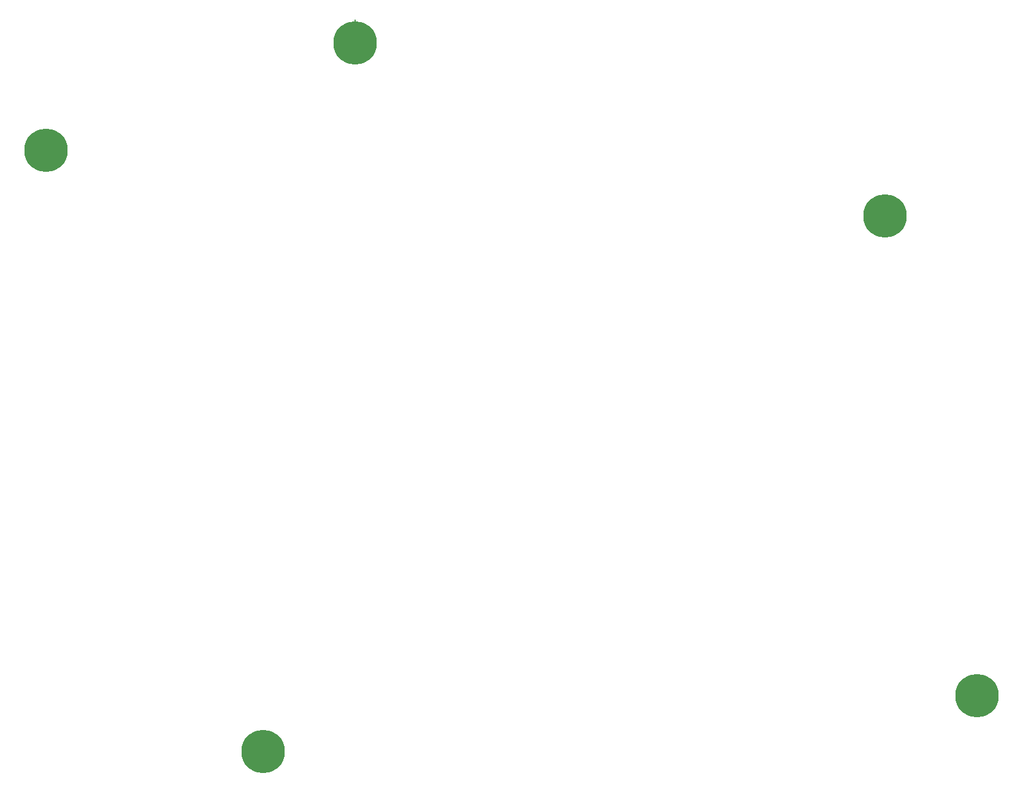
<source format=gbr>
%TF.GenerationSoftware,KiCad,Pcbnew,9.0.2+dfsg-1*%
%TF.CreationDate,2025-11-16T22:45:12+01:00*%
%TF.ProjectId,LuMo_bottom,4c754d6f-5f62-46f7-9474-6f6d2e6b6963,rev?*%
%TF.SameCoordinates,Original*%
%TF.FileFunction,Copper,L1,Top*%
%TF.FilePolarity,Positive*%
%FSLAX46Y46*%
G04 Gerber Fmt 4.6, Leading zero omitted, Abs format (unit mm)*
G04 Created by KiCad (PCBNEW 9.0.2+dfsg-1) date 2025-11-16 22:45:12*
%MOMM*%
%LPD*%
G01*
G04 APERTURE LIST*
%TA.AperFunction,ComponentPad*%
%ADD10C,6.000000*%
%TD*%
%TA.AperFunction,Conductor*%
%ADD11C,0.200000*%
%TD*%
G04 APERTURE END LIST*
D10*
%TO.P,H3,1*%
%TO.N,unconnected-(H3-Pad1)*%
X170000000Y-125300000D03*
%TD*%
%TO.P,H6,1*%
%TO.N,GND*%
X84200000Y-35200000D03*
%TD*%
%TO.P,H1,1*%
%TO.N,GND*%
X41500000Y-50000000D03*
%TD*%
%TO.P,H4,1*%
%TO.N,unconnected-(H4-Pad1)*%
X71500000Y-133000000D03*
%TD*%
%TO.P,H2,1*%
%TO.N,GND*%
X157300000Y-59100000D03*
%TD*%
D11*
%TO.N,GND*%
X84200000Y-32000000D02*
X84200000Y-35200000D01*
X41500000Y-50000000D02*
X42500000Y-50000000D01*
%TD*%
M02*

</source>
